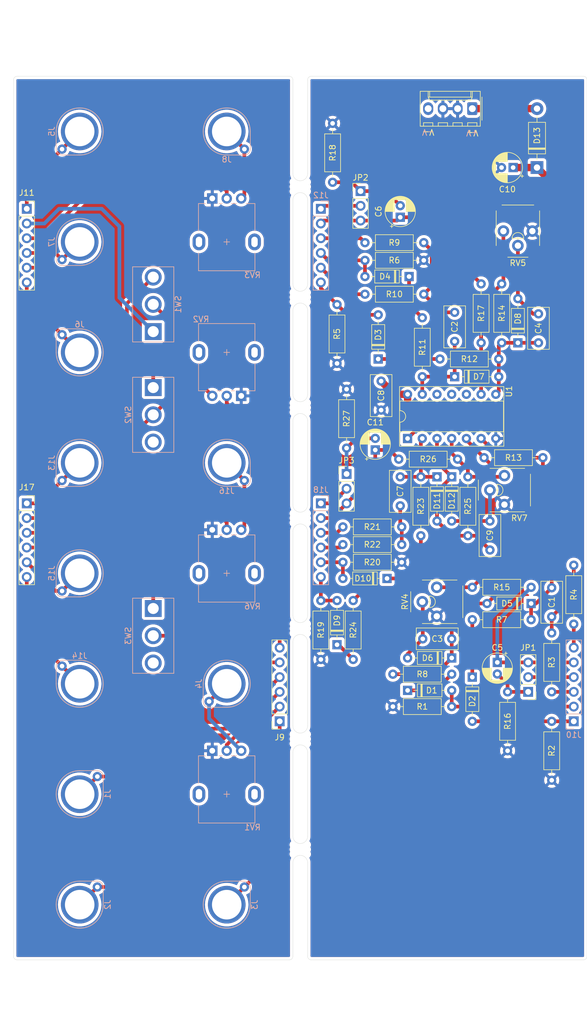
<source format=kicad_pcb>
(kicad_pcb (version 20211014) (generator pcbnew)
  (layers (0 "F.Cu" signal) (31 "B.Cu" signal) (36 "B.SilkS" user "B.Silkscreen") (37 "F.SilkS" user "F.Silkscreen") (38 "B.Mask" user) (39 "F.Mask" user) (44 "Edge.Cuts" user))
  (net 0 "")
  (net 1 "Net-(C1-Pad1)")
  (net 2 "Net-(C2-Pad1)")
  (net 3 "Net-(C2-Pad2)")
  (net 4 "Net-(C3-Pad1)")
  (net 5 "Net-(C3-Pad2)")
  (net 6 "Net-(C4-Pad1)")
  (net 7 "Net-(C4-Pad2)")
  (net 8 "Net-(C5-Pad1)")
  (net 9 "Net-(C5-Pad2)")
  (net 10 "Net-(C6-Pad1)")
  (net 11 "Net-(C6-Pad2)")
  (net 12 "Net-(C7-Pad1)")
  (net 13 "Net-(C7-Pad2)")
  (net 14 "+12V")
  (net 15 "GND")
  (net 16 "Net-(C9-Pad1)")
  (net 17 "Net-(C9-Pad2)")
  (net 18 "Net-(C11-Pad1)")
  (net 19 "Net-(C11-Pad2)")
  (net 20 "Net-(D1-Pad1)")
  (net 21 "Net-(D1-Pad2)")
  (net 22 "Net-(D2-Pad1)")
  (net 23 "Net-(D2-Pad2)")
  (net 24 "Net-(D3-Pad1)")
  (net 25 "Net-(D3-Pad2)")
  (net 26 "Net-(D4-Pad1)")
  (net 27 "Net-(D9-Pad1)")
  (net 28 "Net-(D9-Pad2)")
  (net 29 "Net-(D10-Pad1)")
  (net 30 "Net-(D13-Pad2)")
  (net 31 "Net-(J4-Pad1)")
  (net 32 "Net-(J8-Pad1)")
  (net 33 "Net-(J13-Pad1)")
  (net 34 "Net-(J14-Pad1)")
  (net 35 "Net-(J15-Pad1)")
  (net 36 "Net-(J16-Pad1)")
  (net 38 "Net-(R13-Pad2)")
  (net 39 "Net-(R14-Pad2)")
  (net 40 "Net-(R25-Pad2)")
  (net 41 "Net-(RV2-Pad3)")
  (net 47 "Net-(J17-Pad3)")
  (net 48 "Net-(J18-Pad4)")
  (net 49 "Net-(J12-Pad5)")
  (net 50 "Net-(J11-Pad4)")
  (net 51 "Net-(J12-Pad3)")
  (net 52 "Net-(J2-Pad1)")
  (net 53 "Net-(J3-Pad1)")
  (net 54 "Net-(C1-Pad2)")
  (net 55 "Net-(D4-Pad2)")
  (net 56 "Net-(D10-Pad2)")
  (net 57 "Net-(J11-Pad1)")
  (net 58 "Net-(J11-Pad6)")
  (net 59 "Net-(J11-Pad2)")
  (net 60 "Net-(J11-Pad3)")
  (net 61 "Net-(J11-Pad5)")
  (net 62 "Net-(J12-Pad1)")
  (net 63 "Net-(J17-Pad2)")
  (net 64 "Net-(J17-Pad4)")
  (net 65 "Net-(J18-Pad3)")
  (net 66 "Net-(J18-Pad1)")
  (net 67 "Net-(J1-Pad1)")
  (net 68 "Net-(J9-Pad3)")
  (net 69 "Net-(J9-Pad6)")
  (net 70 "Net-(J9-Pad5)")
  (net 71 "Net-(J10-Pad6)")
  (net 72 "Net-(J10-Pad4)")
  (net 73 "Net-(J10-Pad3)")
  (footprint "rumblesan-standard-parts:D_DO-41_SOD81_P10.16mm_Horizontal" (layer "F.Cu") (at 115.824 46.228 90)
    (fp_text reference "D13")
    (fp_text value "1n5818")
  )
  (footprint "rumblesan-standard-parts:R_Axial_DIN0207_L6.3mm_D2.5mm_P10.16mm_Horizontal" (layer "F.Cu") (at 110.744 146.812 90)
    (fp_text reference "R16")
    (fp_text value "150k")
  )
  (footprint "rumblesan-standard-parts:Potentiometer_THT_Bourns_3306P_Vertical" (layer "F.Cu") (at 108.946 101.854 90)
    (fp_text reference "RV7")
    (fp_text value "20k")
  )
  (footprint "rumblesan-standard-parts:R_Axial_DIN0207_L6.3mm_D2.5mm_P10.16mm_Horizontal" (layer "F.Cu") (at 95.758 109.728 90)
    (fp_text reference "R23")
    (fp_text value "1M5")
  )
  (footprint "Panelization:mouse-bite-2.54mm-slot" (layer "F.Cu") (at 74.93 49.53 90)
    (fp_text reference "mouse-bite-2.54mm-slot" hide)
    (fp_text value "VAL**" hide)
    (fp_arc (start 2.286 1.27) (mid 1.016 0) (end 2.286 -1.27) (layer "Edge.Cuts") (width 0.05))
    (fp_arc (start -2.286 -1.27) (mid -1.016 0) (end -2.286 1.27) (layer "Edge.Cuts") (width 0.05))
  )
  (footprint "rumblesan-standard-parts:R_Axial_DIN0207_L6.3mm_D2.5mm_P10.16mm_Horizontal" (layer "F.Cu") (at 116.84 96.266 180)
    (fp_text reference "R13")
    (fp_text value "1M5")
  )
  (footprint "rumblesan-standard-parts:R_Axial_DIN0207_L6.3mm_D2.5mm_P10.16mm_Horizontal" (layer "F.Cu") (at 90.932 139.192)
    (fp_text reference "R1")
    (fp_text value "100k")
  )
  (footprint "rumblesan-standard-parts:D_DO-35_SOD27_P7.62mm_Horizontal" (layer "F.Cu") (at 112.522 76.454 90)
    (fp_text reference "D8")
    (fp_text value "1N4148")
  )
  (footprint "rumblesan-standard-parts:R_Axial_DIN0207_L6.3mm_D2.5mm_P10.16mm_Horizontal" (layer "F.Cu") (at 86.106 68.072)
    (fp_text reference "R10")
    (fp_text value "220k")
  )
  (footprint "rumblesan-standard-parts:R_Axial_DIN0207_L6.3mm_D2.5mm_P10.16mm_Horizontal" (layer "F.Cu") (at 82.931 84.455 -90)
    (fp_text reference "R27")
    (fp_text value "150k")
  )
  (footprint "rumblesan-standard-parts:R_Axial_DIN0207_L6.3mm_D2.5mm_P10.16mm_Horizontal" (layer "F.Cu") (at 82.296 108.204)
    (fp_text reference "R21")
    (fp_text value "220k")
  )
  (footprint "rumblesan-standard-parts:D_DO-35_SOD27_P7.62mm_Horizontal" (layer "F.Cu") (at 104.648 134.112 -90)
    (fp_text reference "D2")
    (fp_text value "1N4148")
  )
  (footprint "rumblesan-standard-parts:R_Axial_DIN0207_L6.3mm_D2.5mm_P10.16mm_Horizontal" (layer "F.Cu") (at 96.012 72.136 -90)
    (fp_text reference "R11")
    (fp_text value "1M5")
  )
  (footprint "rumblesan-standard-parts:C_Rect_L7.0mm_W3.5mm_P5.00mm" (layer "F.Cu") (at 118.364 123.698 90)
    (fp_text reference "C1")
    (fp_text value "470nF")
  )
  (footprint "rumblesan-standard-parts:R_Axial_DIN0207_L6.3mm_D2.5mm_P10.16mm_Horizontal" (layer "F.Cu") (at 106.172 76.454 90)
    (fp_text reference "R17")
    (fp_text value "330r")
  )
  (footprint "rumblesan-standard-parts:R_Axial_DIN0207_L6.3mm_D2.5mm_P10.16mm_Horizontal" (layer "F.Cu") (at 102.108 96.52 180)
    (fp_text reference "R26")
    (fp_text value "330r")
  )
  (footprint "rumblesan-standard-parts:D_DO-35_SOD27_P7.62mm_Horizontal" (layer "F.Cu") (at 88.392 79.248 90)
    (fp_text reference "D3")
    (fp_text value "1N4148")
  )
  (footprint "4u-power:4u_Power_Molex_KK-254_P2.54mm" (layer "F.Cu") (at 104.648 36.068 180)
    (fp_text reference "J19" hide)
    (fp_text value "4U_Power")
  )
  (footprint "rumblesan-standard-parts:R_Axial_DIN0207_L6.3mm_D2.5mm_P10.16mm_Horizontal" (layer "F.Cu") (at 122.174 124.968 90)
    (fp_text reference "R4")
    (fp_text value "560k")
  )
  (footprint "rumblesan-standard-parts:R_Axial_DIN0207_L6.3mm_D2.5mm_P10.16mm_Horizontal" (layer "F.Cu") (at 101.092 133.604 180)
    (fp_text reference "R8")
    (fp_text value "1M5")
  )
  (footprint "rumblesan-standard-parts:R_Axial_DIN0207_L6.3mm_D2.5mm_P10.16mm_Horizontal" (layer "F.Cu") (at 104.648 118.618)
    (fp_text reference "R15")
    (fp_text value "330r")
  )
  (footprint "rumblesan-standard-parts:C_Rect_L7.0mm_W3.5mm_P5.00mm" (layer "F.Cu") (at 116.078 76.454 90)
    (fp_text reference "C4")
    (fp_text value "100pF")
  )
  (footprint "Connector_PinHeader_2.54mm:PinHeader_1x03_P2.54mm_Vertical" (layer "F.Cu") (at 82.931 99.075)
    (fp_text reference "JP3")
    (fp_text value "Jumper_3_Bridged12" hide)
  )
  (footprint "rumblesan-standard-parts:D_DO-35_SOD27_P7.62mm_Horizontal" (layer "F.Cu") (at 101.092 130.81 180)
    (fp_text reference "D6")
    (fp_text value "1N4148")
  )
  (footprint "Connector_PinSocket_2.54mm:PinSocket_1x06_P2.54mm_Vertical" (layer "F.Cu") (at 27.686 53.34)
    (fp_text reference "J11")
    (fp_text value "Conn_01x06_Female" hide)
  )
  (footprint "rumblesan-standard-parts:C_Rect_L7.0mm_W3.5mm_P5.00mm" (layer "F.Cu") (at 107.696 112.188 90)
    (fp_text reference "C9")
    (fp_text value "100pF")
  )
  (footprint "rumblesan-standard-parts:C_Rect_L7.0mm_W3.5mm_P5.00mm" (layer "F.Cu") (at 101.092 127.508 180)
    (fp_text reference "C3")
    (fp_text value "100pF")
  )
  (footprint "Panelization:mouse-bite-2.54mm-slot" (layer "F.Cu") (at 74.93 125.73 90)
    (fp_text reference "mouse-bite-2.54mm-slot" hide)
    (fp_text value "VAL**" hide)
    (fp_arc (start 2.286 1.27) (mid 1.016 0) (end 2.286 -1.27) (layer "Edge.Cuts") (width 0.05))
    (fp_arc (start -2.286 -1.27) (mid -1.016 0) (end -2.286 1.27) (layer "Edge.Cuts") (width 0.05))
  )
  (footprint "rumblesan-standard-parts:R_Axial_DIN0207_L6.3mm_D2.5mm_P10.16mm_Horizontal" (layer "F.Cu") (at 82.296 111.252)
    (fp_text reference "R22")
    (fp_text value "220k")
  )
  (footprint "Panelization:mouse-bite-2.54mm-slot" (layer "F.Cu") (at 74.93 144.78 90)
    (fp_text reference "mouse-bite-2.54mm-slot" hide)
    (fp_text value "VAL**" hide)
    (fp_arc (start -2.286 -1.27) (mid -1.016 0) (end -2.286 1.27) (layer "Edge.Cuts") (width 0.05))
    (fp_arc (start 2.286 1.27) (mid 1.016 0) (end 2.286 -1.27) (layer "Edge.Cuts") (width 0.05))
  )
  (footprint "rumblesan-standard-parts:Potentiometer_THT_Bourns_3306P_Vertical" (layer "F.Cu") (at 112.522 58.44 180)
    (fp_text reference "RV5")
    (fp_text value "20k")
  )
  (footprint "rumblesan-standard-parts:CP_Radial_D5.0mm_P2.00mm" (layer "F.Cu") (at 111.699112 46.228 180)
    (fp_text reference "C10")
    (fp_text value "10uF")
  )
  (footprint "rumblesan-standard-parts:R_Axial_DIN0207_L6.3mm_D2.5mm_P10.16mm_Horizontal" (layer "F.Cu") (at 78.486 131.064 90)
    (fp_text reference "R19")
    (fp_text value "100k")
  )
  (footprint "rumblesan-standard-parts:D_DO-35_SOD27_P7.62mm_Horizontal" (layer "F.Cu") (at 101.6 82.296)
    (fp_text reference "D7")
    (fp_text value "1N4148")
  )
  (footprint "rumblesan-standard-parts:R_Axial_DIN0207_L6.3mm_D2.5mm_P10.16mm_Horizontal" (layer "F.Cu") (at 84.074 131.064 90)
    (fp_text reference "R24")
    (fp_text value "1M5")
  )
  (footprint "rumblesan-standard-parts:R_Axial_DIN0207_L6.3mm_D2.5mm_P10.16mm_Horizontal" (layer "F.Cu") (at 86.106 59.182)
    (fp_text reference "R9")
    (fp_text value "220k")
  )
  (footprint "rumblesan-standard-parts:D_DO-35_SOD27_P7.62mm_Horizontal" (layer "F.Cu") (at 93.726 65.024 180)
    (fp_text reference "D4")
    (fp_text value "1N4148")
  )
  (footprint "rumblesan-standard-parts:CP_Radial_D5.0mm_P2.00mm" (layer "F.Cu") (at 87.884 94.935113 90)
    (fp_text reference "C11")
    (fp_text value "47uF")
  )
  (footprint "rumblesan-standard-parts:D_DO-35_SOD27_P7.62mm_Horizontal" (layer "F.Cu") (at 89.916 117.094 180)
    (fp_text reference "D10")
    (fp_text value "1N4148")
  )
  (footprint "Connector_PinSocket_2.54mm:PinSocket_1x06_P2.54mm_Vertical" (layer "F.Cu") (at 27.686 104.14)
    (fp_text reference "J17")
    (fp_text value "Conn_01x06_Female" hide)
  )
  (footprint "Connector_PinHeader_2.54mm:PinHeader_1x03_P2.54mm_Vertical" (layer "F.Cu") (at 85.344 50.292)
    (fp_text reference "JP2")
    (fp_text value "Jumper_3_Bridged12" hide)
  )
  (footprint "rumblesan-standard-parts:Potentiometer_THT_Bourns_3306P_Vertical" (layer "F.Cu") (at 97.262 121.118 90)
    (fp_text reference "RV4")
    (fp_text value "20k")
  )
  (footprint "rumblesan-standard-parts:R_Axial_DIN0207_L6.3mm_D2.5mm_P10.16mm_Horizontal" (layer "F.Cu") (at 80.518 38.608 -90)
    (fp_text reference "R18")
    (fp_text value "150k")
  )
  (footprint "rumblesan-standard-parts:R_Axial_DIN0207_L6.3mm_D2.5mm_P10.16mm_Horizontal" (layer "F.Cu") (at 104.648 124.206)
    (fp_text reference "R7")
    (fp_text value "1M5")
  )
  (footprint "rumblesan-standard-parts:DIP-14_W7.62mm_Socket" (layer "F.Cu") (at 93.467 92.954 90)
    (fp_text reference "U1")
    (fp_text value "LM3900")
  )
  (footprint "rumblesan-standard-parts:R_Axial_DIN0207_L6.3mm_D2.5mm_P10.16mm_Horizontal" (layer "F.Cu") (at 118.364 136.652 90)
    (fp_text reference "R3")
    (fp_text value "220k")
  )
  (footprint "rumblesan-standard-parts:R_Axial_DIN0207_L6.3mm_D2.5mm_P10.16mm_Horizontal" (layer "F.Cu") (at 118.364 151.892 90)
    (fp_text reference "R2")
    (fp_text value "100k")
  )
  (footprint "Panelization:mouse-bite-2.54mm-slot" (layer "F.Cu") (at 74.93 106.68 90)
    (fp_text reference "mouse-bite-2.54mm-slot" hide)
    (fp_text value "VAL**" hide)
    (fp_arc (start -2.286 -1.27) (mid -1.016 0) (end -2.286 1.27) (layer "Edge.Cuts") (width 0.05))
    (fp_arc (start 2.286 1.27) (mid 1.016 0) (end 2.286 -1.27) (layer "Edge.Cuts") (width 0.05))
  )
  (footprint "rumblesan-standard-parts:CP_Radial_D5.0mm_P2.00mm" (layer "F.Cu") (at 108.966 131.572 -90)
    (fp_text reference "C5")
    (fp_text value "47uF")
  )
  (footprint "rumblesan-standard-parts:D_DO-35_SOD27_P7.62mm_Horizontal" (layer "F.Cu") (at 93.472 136.398)
    (fp_text reference "D1")
    (fp_text value "1N4148")
  )
  (footprint "rumblesan-standard-parts:R_Axial_DIN0207_L6.3mm_D2.5mm_P10.16mm_Horizontal" (layer "F.Cu") (at 109.728 76.454 90)
    (fp_text reference "R14")
    (fp_text value "1M5")
  )
  (footprint "rumblesan-standard-parts:C_Rect_L7.0mm_W3.5mm_P5.00mm" (layer "F.Cu") (at 88.9 83.058 -90)
    (fp_text reference "C8")
    (fp_text value "100nF")
  )
  (footprint "rumblesan-standard-parts:C_Rect_L7.0mm_W3.5mm_P5.00mm" (layer "F.Cu") (at 92.202 104.568 90)
    (fp_text reference "C7")
    (fp_text value "470nF")
  )
  (footprint "rumblesan-standard-parts:R_Axial_DIN0207_L6.3mm_D2.5mm_P10.16mm_Horizontal" (layer "F.Cu") (at 103.886 109.728 90)
    (fp_text reference "R25")
    (fp_text value "1M5")
  )
  (footprint "Connector_PinHeader_2.54mm:PinHeader_1x03_P2.54mm_Vertical" (layer "F.Cu") (at 114.3 136.652 180)
    (fp_text reference "JP1")
    (fp_text value "Jumper_3_Bridged12" hide)
  )
  (footprint "rumblesan-standard-parts:R_Axial_DIN0207_L6.3mm_D2.5mm_P10.16mm_Horizontal" (layer "F.Cu") (at 99.06 79.248)
    (fp_text reference "R12")
    (fp_text value "1M5")
  )
  (footprint "Connector_PinSocket_2.54mm:PinSocket_1x06_P2.54mm_Vertical" (layer "F.Cu") (at 71.374 141.732 180)
    (fp_text reference "J9")
    (fp_text value "Conn_01x06_Female" hide)
  )
  (footprint "Panelization:mouse-bite-2.54mm-slot" (layer "F.Cu") (at 74.93 163.83 90)
    (fp_text reference "mouse-bite-2.54mm-slot" hide)
    (fp_text value "VAL**" hide)
    (fp_arc (start -2.286 -1.27) (mid -1.016 0) (end -2.286 1.27) (layer "Edge.Cuts") (width 0.05))
    (fp_arc (start 2.286 1.27) (mid 1.016 0) (end 2.286 -1.27) (layer "Edge.Cuts") (width 0.05))
  )
  (footprint "rumblesan-standard-parts:D_DO-35_SOD27_P7.62mm_Horizontal" (layer "F.Cu") (at 101.092 99.568 -90)
    (fp_text reference "D12")
    (fp_text value "1N4148")
  )
  (footprint "rumblesan-standard-parts:D_DO-35_SOD27_P7.62mm_Horizontal" (layer "F.Cu") (at 114.808 121.412 180)
    (fp_text reference "D5")
    (fp_text value "1N4148")
  )
  (footprint "Panelization:mouse-bite-2.54mm-slot" (layer "F.Cu") (at 74.93 68.58 90)
    (fp_text reference "mouse-bite-2.54mm-slot" hide)
    (fp_text value "VAL**" hide)
    (fp_arc (start 2.286 1.27) (mid 1.016 0) (end 2.286 -1.27) (layer "Edge.Cuts") (width 0.05))
    (fp_arc (start -2.286 -1.27) (mid -1.016 0) (end -2.286 1.27) (layer "Edge.Cuts") (width 0.05))
  )
  (footprint "rumblesan-standard-parts:R_Axial_DIN0207_L6.3mm_D2.5mm_P10.16mm_Horizontal" (layer "F.Cu") (at 81.28 80.01 90)
    (fp_text reference "R5")
    (fp_text value "100k")
  )
  (footprint "rumblesan-standard-parts:CP_Radial_D5.0mm_P2.00mm" (layer "F.Cu") (at 92.202 54.803113 90)
    (fp_text reference "C6")
    (fp_text value "47uF")
  )
  (footprint "rumblesan-standard-parts:C_Rect_L7.0mm_W3.5mm_P5.00mm" (layer "F.Cu") (at 101.6 71.2 -90)
    (fp_text reference "C2")
    (fp_text value "470nF")
  )
  (footprint "rumblesan-standard-parts:R_Axial_DIN0207_L6.3mm_D2.5mm_P10.16mm_Horizontal" (layer "F.Cu") (at 92.456 114.3 180)
    (fp_text reference "R20")
    (fp_text value "100k")
  )
  (footprint "Panelization:mouse-bite-2.54mm-slot" (layer "F.Cu") (at 74.93 87.63 90)
    (fp_text reference "mouse-bite-2.54mm-slot" hide)
    (fp_text value "VAL**" hide)
    (fp_arc (start -2.286 -1.27) (mid -1.016 0) (end -2.286 1.27) (layer "Edge.Cuts") (width 0.05))
    (fp_arc (start 2.286 1.27) (mid 1.016 0) (end 2.286 -1.27) (layer "Edge.Cuts") (width 0.05))
  )
  (footprint "rumblesan-standard-parts:D_DO-35_SOD27_P7.62mm_Horizontal" (layer "F.Cu") (at 98.552 99.568 -90)
    (fp_text reference "D11")
    (fp_text value "1N4148")
  )
  (footprint "rumblesan-standard-parts:R_Axial_DIN0207_L6.3mm_D2.5mm_P10.16mm_Horizontal" (layer "F.Cu") (at 96.266 62.23 180)
    (fp_text reference "R6")
    (fp_text value "100k")
  )
  (footprint "rumblesan-standard-parts:D_DO-35_SOD27_P7.62mm_Horizontal" (layer "F.Cu") (at 81.28 128.524 90)
    (fp_text reference "D9")
    (fp_text value "1N4148")
  )
  (footprint "rumblesan-standard-parts:BananaJack_THT_JohnsonCinch_108-09" (layer "B.Cu") (at 36.83 78.105 180)
    (fp_text reference "J6")
    (fp_text value "Banana Socket PanelMount" hide)
  )
  (footprint "Connector_PinHeader_2.54mm:PinHeader_1x06_P2.54mm_Vertical" (layer "B.Cu") (at 78.486 53.34 180)
    (fp_text reference "J12")
    (fp_text value "Conn_01x06_Male" hide)
  )
  (footprint "Connector_PinHeader_2.54mm:PinHeader_1x06_P2.54mm_Vertical" (layer "B.Cu") (at 78.486 104.14 180)
    (fp_text reference "J18")
    (fp_text value "Conn_01x06_Male" hide)
  )
  (footprint "rumblesan-standard-parts:Potentiometer_Alpha_RD901F-40-00D_Single_Vertical" (layer "B.Cu") (at 62.23 116.205)
    (fp_text reference "RV6")
    (fp_text value "100k" hide)
  )
  (footprint "rumblesan-standard-parts:BananaJack_THT_JohnsonCinch_108-09" (layer "B.Cu") (at 62.23 97.155)
    (fp_text reference "J16")
    (fp_text value "Banana Socket PanelMount" hide)
  )
  (footprint "rumblesan-standard-parts:BananaJack_THT_JohnsonCinch_108-09" (layer "B.Cu") (at 62.23 173.355 90)
    (fp_text reference "J3")
    (fp_text value "Banana Socket PanelMount" hide)
  )
  (footprint "rumblesan-standard-parts:Toggle_Switch_100SP1T1B3M2QE" (layer "B.Cu") (at 49.53 88.8746 -90)
    (fp_text reference "SW2")
    (fp_text value "SW_SPDT")
  )
  (footprint "rumblesan-standard-parts:Toggle_Switch_100SP1T1B3M2QE" (layer "B.Cu") (at 49.53 126.9746 -90)
    (fp_text reference "SW3")
    (fp_text value "SW_SPDT")
  )
  (footprint "rumblesan-standard-parts:BananaJack_THT_JohnsonCinch_108-09" (layer "B.Cu") (at 62.23 135.255 -90)
    (fp_text reference "J4")
    (fp_text value "Banana Socket PanelMount" hide)
  )
  (footprint "rumblesan-standard-parts:BananaJack_THT_JohnsonCinch_108-09" (layer "B.Cu") (at 36.83 116.205 -90)
    (fp_text reference "J15")
    (fp_text value "Banana Socket PanelMount" hide)
  )
  (footprint "rumblesan-standard-parts:BananaJack_THT_JohnsonCinch_108-09" (layer "B.Cu") (at 36.83 154.305 90)
    (fp_text reference "J1")
    (fp_text value "Banana Socket PanelMount" hide)
  )
  (footprint "rumblesan-standard-parts:BananaJack_THT_JohnsonCinch_108-09" (layer "B.Cu") (at 36.83 40.005 -90)
    (fp_text reference "J5")
    (fp_text value "Banana Socket PanelMount" hide)
  )
  (footprint "rumblesan-standard-parts:BananaJack_THT_JohnsonCinch_108-09" (layer "B.Cu") (at 36.83 97.155 -90)
    (fp_text reference "J13")
    (fp_text value "Banana Socket PanelMount" hide)
  )
  (footprint "rumblesan-standard-parts:BananaJack_THT_JohnsonCinch_108-09" (layer "B.Cu") (at 36.83 59.055 -90)
    (fp_text reference "J7")
    (fp_text value "Banana Socket PanelMount" hide)
  )
  (footprint "rumblesan-standard-parts:Potentiometer_Alpha_RD901F-40-00D_Single_Vertical" (layer "B.Cu") (at 62.23 78.105 180)
    (fp_text reference "RV2")
    (fp_text value "100k" hide)
  )
  (footprint "rumblesan-standard-parts:Toggle_Switch_100SP1T1B3M2QE" (layer "B.Cu") (at 49.53 69.8246 90)
    (fp_text reference "SW1")
    (fp_text value "SW_SPDT")
  )
  (footprint "rumblesan-standard-parts:BananaJack_THT_JohnsonCinch_108-09" (layer "B.Cu") (at 36.83 135.255 180)
    (fp_text reference "J14")
    (fp_text value "Banana Socket PanelMount" hide)
  )
  (footprint "rumblesan-standard-parts:BananaJack_THT_JohnsonCinch_108-09" (layer "B.Cu") (at 62.23 40.005)
    (fp_text reference "J8")
    (fp_text value "Banana Socket PanelMount" hide)
  )
  (footprint "rumblesan-standard-parts:Potentiometer_Alpha_RD901F-40-00D_Single_Vertical" (layer "B.Cu") (at 62.23 154.305)
    (fp_text reference "RV1")
    (fp_text value "100k" hide)
  )
  (footprint "rumblesan-standard-parts:Potentiometer_Alpha_RD901F-40-00D_Single_Vertical" (layer "B.Cu") (at 62.23 59.055)
    (fp_text reference "RV3")
    (fp_text value "100k" hide)
  )
  (footprint "rumblesan-standard-parts:BananaJack_THT_JohnsonCinch_108-09" (layer "B.Cu") (at 36.83 173.355 90)
    (fp_text reference "J2")
    (fp_text value "Banana Socket PanelMount" hide)
  )
  (footprint "Connector_PinHeader_2.54mm:PinHeader_1x06_P2.54mm_Vertical" (layer "B.Cu") (at 122.174 141.732)
    (fp_text reference "J10")
    (fp_text value "Conn_01x06_Male" hide)
  )
  (gr_line (start 76.2 161.544) (end 76.2 147.066) (layer "Edge.Cuts") (width 0.05))
  (gr_line (start 25.4 182.245) (end 25.4 31.115) (layer "Edge.Cuts") (width 0.05))
  (gr_line (start 73.66 128.016) (end 73.66 142.494) (layer "Edge.Cuts") (width 0.05))
  (gr_line (start 76.2 85.344) (end 76.2 70.866) (layer "Edge.Cuts") (width 0.05))
  (gr_line (start 123.825 182.88) (end 76.835 182.88) (layer "Edge.Cuts") (width 0.05))
  (gr_arc (start 123.825 30.48) (mid 124.274013 30.665987) (end 124.46 31.115) (layer "Edge.Cuts") (width 0.05))
  (gr_line (start 76.2 104.394) (end 76.2 89.916) (layer "Edge.Cuts") (width 0.05))
  (gr_line (start 76.2 123.444) (end 76.2 108.966) (layer "Edge.Cuts") (width 0.05))
  (gr_line (start 73.66 166.116) (end 73.66 182.245) (layer "Edge.Cuts") (width 0.05))
  (gr_arc (start 73.025 30.48) (mid 73.474013 30.665987) (end 73.66 31.115) (layer "Edge.Cuts") (width 0.05))
  (gr_arc (start 76.2 31.115) (mid 76.385987 30.665987) (end 76.835 30.48) (layer "Edge.Cuts") (width 0.05))
  (gr_line (start 76.835 30.48) (end 123.825 30.48) (layer "Edge.Cuts") (width 0.05))
  (gr_line (start 73.66 70.866) (end 73.66 85.344) (layer "Edge.Cuts") (width 0.05))
  (gr_line (start 73.66 147.066) (end 73.66 161.544) (layer "Edge.Cuts") (width 0.05))
  (gr_line (start 73.66 51.816) (end 73.66 66.294) (layer "Edge.Cuts") (width 0.05))
  (gr_line (start 76.2 66.294) (end 76.2 51.816) (layer "Edge.Cuts") (width 0.05))
  (gr_line (start 73.025 182.88) (end 26.035 182.88) (layer "Edge.Cuts") (width 0.05))
  (gr_arc (start 73.66 182.245) (mid 73.474013 182.694013) (end 73.025 182.88) (layer "Edge.Cuts") (width 0.05))
  (gr_line (start 73.66 108.966) (end 73.66 123.444) (layer "Edge.Cuts") (width 0.05))
  (gr_line (start 73.66 47.244) (end 73.66 31.115) (layer "Edge.Cuts") (width 0.05))
  (gr_line (start 76.2 47.244) (end 76.2 31.115) (layer "Edge.Cuts") (width 0.05))
  (gr_arc (start 124.46 182.245) (mid 124.274013 182.694013) (end 123.825 182.88) (layer "Edge.Cuts") (width 0.05))
  (gr_line (start 124.46 31.115) (end 124.46 182.245) (layer "Edge.Cuts") (width 0.05))
  (gr_arc (start 26.035 182.88) (mid 25.585987 182.694013) (end 25.4 182.245) (layer "Edge.Cuts") (width 0.05))
  (gr_line (start 76.2 142.494) (end 76.2 128.016) (layer "Edge.Cuts") (width 0.05))
  (gr_arc (start 25.4 31.115) (mid 25.585987 30.665987) (end 26.035 30.48) (layer "Edge.Cuts") (width 0.05))
  (gr_line (start 26.035 30.48) (end 73.025 30.48) (layer "Edge.Cuts") (width 0.05))
  (gr_line (start 76.2 166.116) (end 76.2 182.245) (layer "Edge.Cuts") (width 0.05))
  (gr_line (start 73.66 89.916) (end 73.66 104.394) (layer "Edge.Cuts") (width 0.05))
  (gr_arc (start 76.835 182.88) (mid 76.385987 182.694013) (end 76.2 182.245) (layer "Edge.Cuts") (width 0.05))
  (segment (start 122.174 119.888) (end 122.174 114.808) (width 0.635) (layer "F.Cu") (net 1))
  (segment (start 118.364 126.492) (end 118.364 123.698) (width 0.635) (layer "F.Cu") (net 1))
  (segment (start 118.364 123.698) (end 122.174 119.888) (width 0.635) (layer "F.Cu") (net 1))
  (segment (start 96.266 68.072) (end 97.6375 66.7005) (width 0.635) (layer "F.Cu") (net 2))
  (segment (start 97.6375 66.7005) (end 97.6375 60.5535) (width 0.635) (layer "F.Cu") (net 2))
  (segment (start 96.266 68.072) (end 99.394 71.2) (width 0.635) (layer "F.Cu") (net 2))
  (segment (start 97.6375 60.5535) (end 96.266 59.182) (width 0.635) (layer "F.Cu") (net 2))
  (segment (start 99.394 71.2) (end 101.6 71.2) (width 0.635) (layer "F.Cu") (net 2))
  (segment (start 101.6 76.2) (end 101.6 82.296) (width 0.635) (layer "F.Cu") (net 3))
  (segment (start 96.012 82.296) (end 101.6 82.296) (width 0.635) (layer "F.Cu") (net 3))
  (segment (start 96.007 82.301) (end 96.012 82.296) (width 0.635) (layer "F.Cu") (net 3))
  (segment (start 96.007 85.334) (end 96.007 82.301) (width 0.635) (layer "F.Cu") (net 3))
  (segment (start 101.092 127.508) (end 101.092 124.46) (width 0.635) (layer "F.Cu") (net 4))
  (segment (start 106.167 92.954) (end 109.479 96.266) (width 0.635) (layer "F.Cu") (net 4))
  (segment (start 101.092 124.46) (end 104.14 121.412) (width 0.635) (layer "F.Cu") (net 4))
  (segment (start 104.14 121.412) (end 107.188 121.412) (width 0.635) (layer "F.Cu") (net 4))
  (segment (start 116.84 111.76) (end 107.188 121.412) (width 0.635) (layer "F.Cu") (net 4))
  (segment (start 98.298 133.604) (end 101.092 130.81) (width 0.635) (layer "F.Cu") (net 4))
  (segment (start 116.84 96.266) (end 116.84 111.76) (width 0.635) (layer "F.Cu") (net 4))
  (segment (start 101.092 127.508) (end 101.092 130.81) (width 0.635) (layer "F.Cu") (net 4))
  (segment (start 90.932 133.604) (end 98.298 133.604) (width 0.635) (layer "F.Cu") (net 4))
  (segment (start 109.479 96.266) (end 116.84 96.266) (width 0.635) (layer "F.Cu") (net 4))
  (segment (start 93.472 130.128) (end 96.092 127.508) (width 0.635) (layer "F.Cu") (net 5))
  (segment (start 96.092 121.198) (end 96.012 121.118) (width 0.635) (layer "F.Cu") (net 5))
  (segment (start 96.092 127.508) (end 96.092 121.198) (width 0.635) (layer "F.Cu") (net 5))
  (segment (start 93.472 130.81) (end 93.472 130.128) (width 0.635) (layer "F.Cu") (net 5))
  (segment (start 109.22 79.248) (end 109.22 76.962) (width 0.635) (layer "F.Cu") (net 6))
  (segment (start 109.728 76.454) (end 112.522 76.454) (width 0.635) (layer "F.Cu") (net 6))
  (segment (start 109.22 76.962) (end 109.728 76.454) (width 0.635) (layer "F.Cu") (net 6))
  (segment (start 109.22 84.821) (end 108.707 85.334) (width 0.635) (layer "F.Cu") (net 6))
  (segment (start 109.22 82.296) (end 109.22 84.821) (width 0.635) (layer "F.Cu") (net 6))
  (segment (start 109.22 79.248) (end 109.22 82.296) (width 0.635) (layer "F.Cu") (net 6))
  (segment (start 112.522 76.454) (end 116.078 76.454) (width 0.635) (layer "F.Cu") (net 6))
  (segment (start 115.142 71.454) (end 112.522 68.834) (width 0.635) (layer "F.Cu") (net 7))
  (segment (start 112.522 68.834) (end 112.522 59.69) (width 0.635) (layer "F.Cu") (net 7))
  (segment (start 116.078 71.454) (end 115.142 71.454) (width 0.635) (layer "F.Cu") (net 7))
  (segment (start 108.966 131.572) (end 122.174 131.572) (width 0.635) (layer "F.Cu") (net 8))
  (segment (start 108.966 124.46) (end 108.966 131.572) (width 0.635) (layer "B.Cu") (net 8))
  (segment (start 114.808 118.618) (end 108.966 124.46) (width 0.635) (layer "B.Cu") (net 8))
  (segment (start 110.744 136.652) (end 110.744 135.35) (width 0.635) (layer "F.Cu") (net 9))
  (segment (start 114.3 136.652) (end 110.744 136.652) (width 0.635) (layer "F.Cu") (net 9))
  (segment (start 110.744 135.35) (end 108.966 133.572) (width 0.635) (layer "F.Cu") (net 9))
  (segment (start 85.344 55.372) (end 91.633113 55.372) (width 0.635) (layer "F.Cu") (net 10))
  (segment (start 85.344 55.372) (end 78.994 55.372) (width 0.635) (layer "F.Cu") (net 10))
  (segment (start 91.633113 55.372) (end 92.202 54.803113) (width 0.635) (layer "F.Cu") (net 10))
  (segment (start 78.994 55.372) (end 78.486 55.88) (width 0.635) (layer "F.Cu") (net 10))
  (segment (start 92.202 54.803113) (end 94.681113 54.803113) (width 0.635) (layer "F.Cu") (net 10))
  (segment (start 94.681113 54.803113) (end 106.172 66.294) (width 0.635) (layer "F.Cu") (net 10))
  (segment (start 89.690887 50.292) (end 92.202 52.803113) (width 0.635) (layer "F.Cu") (net 11))
  (segment (start 83.82 48.768) (end 85.344 50.292) (width 0.635) (layer "F.Cu") (net 11))
  (segment (start 80.518 48.768) (end 83.82 48.768) (width 0.635) (layer "F.Cu") (net 11))
  (segment (start 85.344 50.292) (end 89.690887 50.292) (width 0.635) (layer "F.Cu") (net 11))
  (segment (start 92.456 111.252) (end 92.456 108.204) (width 0.635) (layer "F.Cu") (net 12))
  (segment (start 92.202 104.568) (end 92.202 107.95) (width 0.635) (layer "F.Cu") (net 12))
  (segment (start 92.202 107.95) (end 92.456 108.204) (width 0.635) (layer "F.Cu") (net 12))
  (segment (start 98.552 99.568) (end 95.758 99.568) (width 0.635) (layer "F.Cu") (net 13))
  (segment (start 92.202 99.568) (end 95.758 99.568) (width 0.635) (layer "F.Cu") (net 13))
  (segment (start 95.758 99.568) (end 95.758 93.203) (width 0.635) (layer "F.Cu") (net 13))
  (segment (start 95.758 93.203) (end 96.007 92.954) (width 0.635) (layer "F.Cu") (net 13))
  (segment (start 120.904 79.756) (end 112.014 88.646) (width 1.27) (layer "F.Cu") (net 14))
  (segment (start 112.014 88.646) (end 94.742 88.646) (width 1.27) (layer "F.Cu") (net 14))
  (segment (start 91.176 85.334) (end 88.9 83.058) (width 1.27) (layer "F.Cu") (net 14))
  (segment (start 93.467 85.334) (end 91.176 85.334) (width 1.27) (layer "F.Cu") (net 14))
  (segment (start 120.904 51.308) (end 120.904 79.756) (width 1.27) (layer "F.Cu") (net 14))
  (segment (start 93.467 87.371) (end 93.467 85.334) (width 1.27) (layer "F.Cu") (net 14))
  (segment (start 94.742 88.646) (end 93.467 87.371) (width 1.27) (layer "F.Cu") (net 14))
  (segment (start 115.824 46.228) (end 120.904 51.308) (width 1.27) (layer "F.Cu") (net 14))
  (segment (start 115.824 46.228) (end 111.699112 46.228) (width 1.27) (layer "F.Cu") (net 14))
  (segment (start 98.547 97.023) (end 101.092 99.568) (width 0.635) (layer "F.Cu") (net 16))
  (segment (start 98.552 102.108) (end 101.092 99.568) (width 0.635) (layer "F.Cu") (net 16))
  (segment (start 105.236 109.728) (end 107.696 112.188) (width 0.635) (layer "F.Cu") (net 16))
  (segment (start 98.552 107.188) (end 98.552 102.108) (width 0.635) (layer "F.Cu") (net 16))
  (segment (start 98.547 92.954) (end 98.547 97.023) (width 0.635) (layer "F.Cu") (net 16))
  (segment (start 103.886 109.728) (end 105.236 109.728) (width 0.635) (layer "F.Cu") (net 16))
  (segment (start 84.074 120.904) (end 85.598 119.38) (width 0.635) (layer "F.Cu") (net 16))
  (segment (start 89.662 102.108) (end 98.552 102.108) (width 0.635) (layer "F.Cu") (net 16))
  (segment (start 85.598 106.172) (end 89.662 102.108) (width 0.635) (layer "F.Cu") (net 16))
  (segment (start 103.886 109.728) (end 101.092 109.728) (width 0.635) (layer "F.Cu") (net 16))
  (segment (start 85.598 119.38) (end 85.598 106.172) (width 0.635) (layer "F.Cu") (net 16))
  (segment (start 101.092 109.728) (end 98.552 107.188) (width 0.635) (layer "F.Cu") (net 16))
  (segment (start 101.092 107.188) (end 107.696 107.188) (width 0.635) (layer "F.Cu") (net 17))
  (segment (start 107.696 107.188) (end 107.696 101.854) (width 0.635) (layer "B.Cu") (net 17))
  (segment (start 78.486 106.68) (end 80.406 106.68) (width 0.635) (layer "F.Cu") (net 18))
  (segment (start 87.884 94.935113) (end 90.363113 94.935113) (width 0.635) (layer "F.Cu") (net 18))
  (segment (start 87.884 99.202) (end 87.884 94.935113) (width 0.635) (layer "F.Cu") (net 18))
  (segment (start 90.363113 94.935113) (end 91.948 96.52) (width 0.635) (layer "F.Cu") (net 18))
  (segment (start 82.931 104.155) (end 87.884 99.202) (width 0.635) (layer "F.Cu") (net 18))
  (segment (start 80.406 106.68) (end 82.931 104.155) (width 0.635) (layer "F.Cu") (net 18))
  (segment (start 84.610887 92.935113) (end 87.884 92.935113) (width 0.635) (layer "F.Cu") (net 19))
  (segment (start 82.931 94.615) (end 84.610887 92.935113) (width 0.635) (layer "F.Cu") (net 19))
  (segment (start 82.931 99.075011) (end 82.931 94.615) (width 0.635) (layer "B.Cu") (net 19))
  (segment (start 93.472 136.398) (end 98.298 136.398) (width 0.635) (layer "F.Cu") (net 20))
  (segment (start 98.298 136.398) (end 101.092 133.604) (width 0.635) (layer "F.Cu") (net 20))
  (segment (start 101.092 136.398) (end 101.092 139.192) (width 0.635) (layer "F.Cu") (net 21))
  (segment (start 101.092 139.192) (end 122.174 139.192) (width 0.635) (layer "F.Cu") (net 21))
  (segment (start 104.648 134.112) (end 104.648 124.206) (width 0.635) (layer "F.Cu") (net 22))
  (segment (start 104.648 141.732) (end 118.364 141.732) (width 0.635) (layer "F.Cu") (net 23))
  (segment (start 122.174 141.732) (end 118.364 141.732) (width 0.635) (layer "F.Cu") (net 23))
  (segment (start 88.392 79.248) (end 99.06 79.248) (width 0.635) (layer "F.Cu") (net 24))
  (segment (start 83.058 71.628) (end 81.28 69.85) (width 0.635) (layer "F.Cu") (net 25))
  (segment (start 78.486 67.056) (end 81.28 69.85) (width 0.635) (layer "F.Cu") (net 25))
  (segment (start 88.392 71.628) (end 83.058 71.628) (width 0.635) (layer "F.Cu") (net 25))
  (segment (start 78.486 66.04) (end 78.486 67.056) (width 0.635) (layer "F.Cu") (net 25))
  (segment (start 93.726 69.85) (end 93.726 65.024) (width 0.635) (layer "F.Cu") (net 26))
  (segment (start 96.012 72.136) (end 93.726 69.85) (width 0.635) (layer "F.Cu") (net 26))
  (segment (start 81.28 128.524) (end 81.534 128.524) (width 0.635) (layer "F.Cu") (net 27))
  (segment (start 81.534 128.524) (end 84.074 131.064) (width 0.635) (layer "F.Cu") (net 27))
  (segment (start 78.486 120.904) (end 81.28 120.904) (width 0.635) (layer "F.Cu") (net 28))
  (segment (start 78.486 116.84) (end 78.486 120.904) (width 0.635) (layer "F.Cu") (net 28))
  (segment (start 89.916 117.094) (end 92.964 117.094) (width 0.635) (layer "F.Cu") (net 29))
  (segment (start 92.964 117.094) (end 95.758 114.3) (width 0.635) (layer "F.Cu") (net 29))
  (segment (start 95.758 114.3) (end 95.758 109.728) (width 0.635) (layer "F.Cu") (net 29))
  (segment (start 104.648 36.068) (end 115.824 36.068) (width 1.27) (layer "F.Cu") (net 30))
  (segment (start 59.182 138.303) (end 62.23 135.255) (width 0.635) (layer "F.Cu") (net 31))
  (segment (start 59.182 138.303) (end 59.182 141.257) (width 0.635) (layer "B.Cu") (net 31))
  (segment (start 59.182 141.257) (end 64.73 146.805) (width 0.635) (layer "B.Cu") (net 31))
  (segment (start 65.278 43.053) (end 65.278 51.007) (width 0.635) (layer "F.Cu") (net 32))
  (segment (start 65.278 51.007) (end 64.73 51.555) (width 0.635) (layer "F.Cu") (net 32))
  (segment (start 62.23 40.005) (end 65.278 43.053) (width 0.635) (layer "F.Cu") (net 32))
  (segment (start 33.782 100.203) (end 36.83 97.155) (width 0.635) (layer "F.Cu") (net 33))
  (segment (start 29.845 104.14) (end 33.782 100.203) (width 0.635) (layer "F.Cu") (net 33))
  (segment (start 27.686 104.14) (end 29.845 104.14) (width 0.635) (layer "F.Cu") (net 33))
  (segment (start 33.782 132.207) (end 36.83 135.255) (width 0.635) (layer "F.Cu") (net 34))
  (segment (start 27.686 116.84) (end 27.686 126.111) (width 0.635) (layer "F.Cu") (net 34))
  (segment (start 27.686 126.111) (end 33.782 132.207) (width 0.635) (layer "F.Cu") (net 34))
  (segment (start 27.686 114.3) (end 32.639 119.253) (width 0.635) (layer "F.Cu") (net 35))
  (segment (start 33.782 119.253) (end 36.83 116.205) (width 0.635) (layer "F.Cu") (net 35))
  (segment (start 32.639 119.253) (end 33.782 119.253) (width 0.635) (layer "F.Cu") (net 35))
  (segment (start 65.278 108.157) (end 64.73 108.705) (width 0.635) (layer "F.Cu") (net 36))
  (segment (start 65.278 100.203) (end 65.278 108.157) (width 0.635) (layer "F.Cu") (net 36))
  (segment (start 62.23 97.155) (end 65.278 100.203) (width 0.635) (layer "F.Cu") (net 36))
  (segment (start 103.627 92.954) (end 103.627 93.213) (width 0.635) (layer "F.Cu") (net 38))
  (segment (start 113.538 98.806) (end 113.538 109.728) (width 0.635) (layer "F.Cu") (net 38))
  (segment (start 107.711151 97.266849) (end 111.998849 97.266849) (width 0.635) (layer "F.Cu") (net 38))
  (segment (start 107.696 97.282) (end 107.711151 97.266849) (width 0.635) (layer "F.Cu") (net 38))
  (segment (start 113.538 109.728) (end 104.648 118.618) (width 0.635) (layer "F.Cu") (net 38))
  (segment (start 111.998849 97.266849) (end 113.538 98.806) (width 0.635) (layer "F.Cu") (net 38))
  (segment (start 103.627 93.213) (end 106.68 96.266) (width 0.635) (layer "F.Cu") (net 38))
  (segment (start 106.68 96.266) (end 107.696 97.282) (width 0.635) (layer "F.Cu") (net 38))
  (segment (start 98.512 118.618) (end 104.648 118.618) (width 0.635) (layer "F.Cu") (net 38))
  (segment (start 106.172 76.454) (end 106.172 69.85) (width 0.635) (layer "F.Cu") (net 39))
  (segment (start 106.172 69.85) (end 109.728 66.294) (width 0.635) (layer "F.Cu") (net 39))
  (segment (start 106.172 85.329) (end 106.167 85.334) (width 0.635) (layer "F.Cu") (net 39))
  (segment (start 110.022 57.19) (end 110.022 66) (width 0.635) (layer "F.Cu") (net 39))
  (segment (start 106.172 76.454) (end 106.172 85.329) (width 0.635) (layer "F.Cu") (net 39))
  (segment (start 110.022 66) (end 109.728 66.294) (width 0.635) (layer "F.Cu") (net 39))
  (segment (start 103.886 99.568) (end 103.886 98.298) (width 0.635) (layer "F.Cu") (net 40))
  (segment (start 103.886 99.568) (end 109.982 99.568) (width 0.635) (layer "F.Cu") (net 40))
  (segment (start 103.886 98.298) (end 102.108 96.52) (width 0.635) (layer "F.Cu") (net 40))
  (segment (start 101.087 92.954) (end 101.087 95.499) (width 0.635) (layer "F.Cu") (net 40))
  (segment (start 109.982 99.568) (end 110.196 99.354) (width 0.635) (layer "F.Cu") (net 40))
  (segment (start 101.087 95.499) (end 102.108 96.52) (width 0.635) (layer "F.Cu") (net 40))
  (segment (start 49.53 69.8246) (end 54.6608 74.9554) (width 0.635) (layer "F.Cu") (net 41))
  (segment (start 54.6608 74.9554) (end 54.6608 80.5358) (width 0.635) (layer "F.Cu") (net 41))
  (segment (start 54.6608 80.5358) (end 59.73 85.605) (width 0.635) (layer "F.Cu") (net 41))
  (segment (start 62.23 107.432208) (end 62.23 108.705) (width 0.635) (layer "F.Cu") (net 47))
  (segment (start 56.134 105.918) (end 60.715792 105.918) (width 0.635) (layer "F.Cu") (net 47))
  (segment (start 60.715792 105.918) (end 62.23 107.432208) (width 0.635) (layer "F.Cu") (net 47))
  (segment (start 52.832 109.22) (end 56.134 105.918) (width 0.635) (layer "F.Cu") (net 47))
  (segment (start 27.686 109.22) (end 52.832 109.22) (width 0.635) (layer "F.Cu") (net 47))
  (segment (start 81.788 111.76) (end 82.296 111.252) (width 0.635) (layer "F.Cu") (net 48))
  (segment (start 78.486 111.76) (end 81.788 111.76) (width 0.635) (layer "F.Cu") (net 48))
  (segment (start 78.486 63.5) (end 83.058 68.072) (width 0.635) (layer "F.Cu") (net 49))
  (segment (start 83.058 68.072) (end 86.106 68.072) (width 0.635) (layer "F.Cu") (net 49))
  (segment (start 33.782 62.103) (end 36.83 59.055) (width 0.635) (layer "F.Cu") (net 50))
  (segment (start 27.686 60.96) (end 32.639 60.96) (width 0.635) (layer "F.Cu") (net 50))
  (segment (start 32.639 60.96) (end 33.782 62.103) (width 0.635) (layer "F.Cu") (net 50))
  (segment (start 78.486 58.42) (end 85.344 58.42) (width 0.635) (layer "F.Cu") (net 51))
  (segment (start 85.344 58.42) (end 86.106 59.182) (width 0.635) (layer "F.Cu") (net 51))
  (segment (start 67.31 143.256) (end 67.31 150.114) (width 0.635) (layer "F.Cu") (net 52))
  (segment (start 71.374 139.192) (end 67.31 143.256) (width 0.635) (layer "F.Cu") (net 52))
  (segment (start 67.31 150.114) (end 47.117 170.307) (width 0.635) (layer "F.Cu") (net 52))
  (segment (start 39.878 170.307) (end 36.83 173.355) (width 0.635) (layer "F.Cu") (net 52))
  (segment (start 47.117 170.307) (end 39.878 170.307) (width 0.635) (layer "F.Cu") (net 52))
  (segment (start 65.278 170.307) (end 62.23 173.355) (width 0.635) (layer "F.Cu") (net 53))
  (segment (start 71.374 141.732) (end 71.374 164.211) (width 0.635) (layer "F.Cu") (net 53))
  (segment (start 65.278 170.307) (end 71.374 164.211) (width 0.635) (layer "F.Cu") (net 53))
  (segment (start 93.467 92.954) (end 95.279886 91.141114) (width 0.635) (layer "F.Cu") (net 54))
  (segment (start 119.888 95.25) (end 119.888 111.252) (width 0.635) (layer "F.Cu") (net 54))
  (segment (start 115.65 121.412) (end 118.364 118.698) (width 0.635) (layer "F.Cu") (net 54))
  (segment (start 118.364 112.776) (end 118.364 118.698) (width 0.635) (layer "F.Cu") (net 54))
  (segment (start 114.808 124.206) (end 114.808 121.412) (width 0.635) (layer "F.Cu") (net 54))
  (segment (start 115.779114 91.141114) (end 119.888 95.25) (width 0.635) (layer "F.Cu") (net 54))
  (segment (start 119.888 111.252) (end 118.364 112.776) (width 0.635) (layer "F.Cu") (net 54))
  (segment (start 95.279886 91.141114) (end 115.779114 91.141114) (width 0.635) (layer "F.Cu") (net 54))
  (segment (start 114.808 121.412) (end 115.65 121.412) (width 0.635) (layer "F.Cu") (net 54))
  (segment (start 78.486 60.96) (end 79.756 62.23) (width 0.635) (layer "F.Cu") (net 55))
  (segment (start 86.106 65.024) (end 86.106 62.23) (width 0.635) (layer "F.Cu") (net 55))
  (segment (start 79.756 62.23) (end 86.106 62.23) (width 0.635) (layer "F.Cu") (net 55))
  (segment (start 78.486 114.3) (end 82.296 114.3) (width 0.635) (layer "F.Cu") (net 56))
  (segment (start 82.296 114.3) (end 82.296 117.094) (width 0.635) (layer "F.Cu") (net 56))
  (segment (start 27.686 49.149) (end 33.782 43.053) (width 0.635) (layer "F.Cu") (net 57))
  (segment (start 27.686 49.149) (end 27.686 53.34) (width 0.635) (layer "F.Cu") (net 57))
  (segment (start 33.782 43.053) (end 36.83 40.005) (width 0.635) (layer "F.Cu") (net 57))
  (segment (start 27.686 66.04) (end 27.686 68.961) (width 0.635) (layer "F.Cu") (net 58))
  (segment (start 33.782 75.057) (end 36.83 78.105) (width 0.635) (layer "F.Cu") (net 58))
  (segment (start 27.686 68.961) (end 33.782 75.057) (width 0.635) (layer "F.Cu") (net 58))
  (segment (start 33.274 53.34) (end 40.64 53.34) (width 0.635) (layer "B.Cu") (net 59))
  (segment (start 43.688 56.388) (end 43.688 68.6816) (width 0.635) (layer "B.Cu") (net 59))
  (segment (start 27.686 55.88) (end 30.734 55.88) (width 0.635) (layer "B.Cu") (net 59))
  (segment (start 30.734 55.88) (end 33.274 53.34) (width 0.635) (layer "B.Cu") (net 59))
  (segment (start 40.64 53.34) (end 43.688 56.388) (width 0.635) (layer "B.Cu") (net 59))
  (segment (start 43.688 68.6816) (end 49.53 74.5236) (width 0.635) (layer "B.Cu") (net 59))
  (segment (start 62.23 50.282208) (end 62.23 51.555) (width 0.635) (layer "F.Cu") (net 60))
  (segment (start 30.48 58.42) (end 40.386 48.514) (width 0.635) (layer "F.Cu") (net 60))
  (segment (start 60.461792 48.514) (end 62.23 50.282208) (width 0.635) (layer "F.Cu") (net 60))
  (segment (start 27.686 58.42) (end 30.48 58.42) (width 0.635) (layer "F.Cu") (net 60))
  (segment (start 40.386 48.514) (end 60.461792 48.514) (width 0.635) (layer "F.Cu") (net 60))
  (segment (start 49.53 81.9912) (end 49.53 84.1756) (width 0.635) (layer "F.Cu") (net 61))
  (segment (start 31.0388 63.5) (end 49.53 81.9912) (width 0.635) (layer "F.Cu") (net 61))
  (segment (start 27.686 63.5) (end 31.0388 63.5) (width 0.635) (layer "F.Cu") (net 61))
  (segment (start 78.994 52.832) (end 78.486 53.34) (width 0.635) (layer "F.Cu") (net 62))
  (segment (start 85.344 52.832) (end 78.994 52.832) (width 0.635) (layer "F.Cu") (net 62))
  (segment (start 44.0436 94.361) (end 49.53 88.8746) (width 0.635) (layer "F.Cu") (net 63))
  (segment (start 49.53 88.8746) (end 52.6034 85.8012) (width 0.635) (layer "F.Cu") (net 63))
  (segment (start 44.0436 100.3554) (end 44.0436 94.361) (width 0.635) (layer "F.Cu") (net 63))
  (segment (start 44.9834 74.5744) (end 44.9834 69.6722) (width 0.635) (layer "F.Cu") (net 63))
  (segment (start 52.6034 82.1944) (end 44.9834 74.5744) (width 0.635) (layer "F.Cu") (net 63))
  (segment (start 27.686 106.68) (end 37.719 106.68) (width 0.635) (layer "F.Cu") (net 63))
  (segment (start 52.6034 85.8012) (end 52.6034 82.1944) (width 0.635) (layer "F.Cu") (net 63))
  (segment (start 37.719 106.68) (end 44.0436 100.3554) (width 0.635) (layer "F.Cu") (net 63))
  (segment (start 44.9834 69.6722) (end 49.53 65.1256) (width 0.635) (layer "F.Cu") (net 63))
  (segment (start 42.926 111.76) (end 49.53 118.364) (width 0.635) (layer "F.Cu") (net 64))
  (segment (start 27.686 111.76) (end 42.926 111.76) (width 0.635) (layer "F.Cu") (net 64))
  (segment (start 49.53 118.364) (end 49.53 122.2756) (width 0.635) (layer "F.Cu") (net 64))
  (segment (start 78.486 109.22) (end 81.28 109.22) (width 0.635) (layer "F.Cu") (net 65))
  (segment (start 81.28 109.22) (end 82.296 108.204) (width 0.635) (layer "F.Cu") (net 65))
  (segment (start 80.406 104.14) (end 82.931 101.615) (width 0.635) (layer "F.Cu") (net 66))
  (segment (start 78.486 104.14) (end 80.406 104.14) (width 0.635) (layer "F.Cu") (net 66))
  (segment (start 55.372 143.002) (end 47.117 151.257) (width 0.635) (layer "F.Cu") (net 67))
  (segment (start 47.117 151.257) (end 39.878 151.257) (width 0.635) (layer "F.Cu") (net 67))
  (segment (start 71.374 134.112) (end 62.484 143.002) (width 0.635) (layer "F.Cu") (net 67))
  (segment (start 39.878 151.257) (end 36.83 154.305) (width 0.635) (layer "F.Cu") (net 67))
  (segment (start 62.484 143.002) (end 55.372 143.002) (width 0.635) (layer "F.Cu") (net 67))
  (segment (start 62.23 146.805) (end 62.23 145.796) (width 0.635) (layer "F.Cu") (net 68))
  (segment (start 62.23 145.796) (end 71.374 136.652) (width 0.635) (layer "F.Cu") (net 68))
  (segment (start 62.23 86.877792) (end 71.374 96.021792) (width 0.635) (layer "F.Cu") (net 69))
  (segment (start 62.23 85.605) (end 62.23 86.877792) (width 0.635) (layer "F.Cu") (net 69))
  (segment (start 71.374 96.021792) (end 71.374 129.032) (width 0.635) (layer "F.Cu") (net 69))
  (segment (start 71.374 131.572) (end 68.4784 131.572) (width 0.635) (layer "F.Cu") (net 70))
  (segment (start 68.4784 131.572) (end 63.881 126.9746) (width 0.635) (layer "F.Cu") (net 70))
  (segment (start 63.881 126.9746) (end 49.53 126.9746) (width 0.635) (layer "F.Cu") (net 70))
  (segment (start 122.174 124.968) (end 122.174 129.032) (width 0.635) (layer "F.Cu") (net 71))
  (segment (start 114.3 134.112) (end 122.174 134.112) (width 0.635) (layer "F.Cu") (net 72))
  (segment (start 122.174 136.652) (end 118.364 136.652) (width 0.635) (layer "F.Cu") (net 73))
  (zone (net 15) (net_name "GND") (layers F&B.Cu) (connect_pads (clearance 0.508)) (min_thickness 0.254) (fill yes (thermal_gap 0.508) (thermal_bridge_width 0.508))
    (polygon (pts (xy 124.46 182.88) (xy 76.2 182.88) (xy 76.2 30.48) (xy 124.46 30.48)))
  )
  (zone (net 15) (net_name "GND") (layers F&B.Cu) (connect_pads (clearance 0.508)) (min_thickness 0.254) (fill yes (thermal_gap 0.508) (thermal_bridge_width 0.508))
    (polygon (pts (xy 73.66 182.88) (xy 25.4 182.88) (xy 25.4 30.48) (xy 73.66 30.48)))
  )
)
</source>
